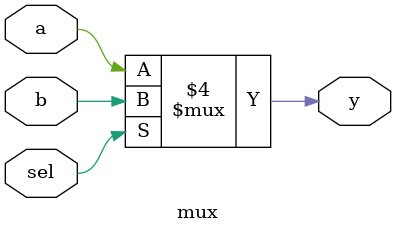
<source format=v>
module mux(a, b, sel, y);
	input a, b;
	input sel;
	output reg y;
	always@(a, b, sel) begin
		if(sel == 1'b0) y = a;
		else y = b;
	end
endmodule
</source>
